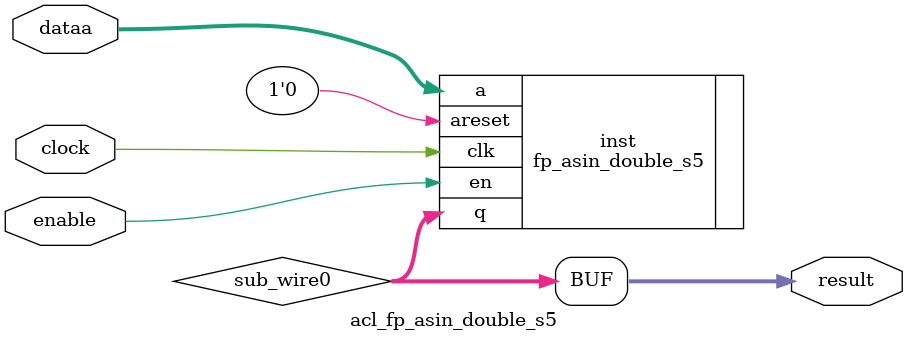
<source format=v>
`timescale 1 ps / 1 ps
module acl_fp_asin_double_s5 (
	enable,
	clock,
	dataa,
	result);

	input	  enable;
	input	  clock;
	input	[63:0]  dataa;
	output	[63:0]  result;

	wire [63:0] sub_wire0;
	wire [63:0] result = sub_wire0[63:0];

  fp_asin_double_s5 inst(
        .a(dataa),
        .en(enable),
        .q(sub_wire0),
        .clk(clock),
        .areset(1'b0)
        );

endmodule

</source>
